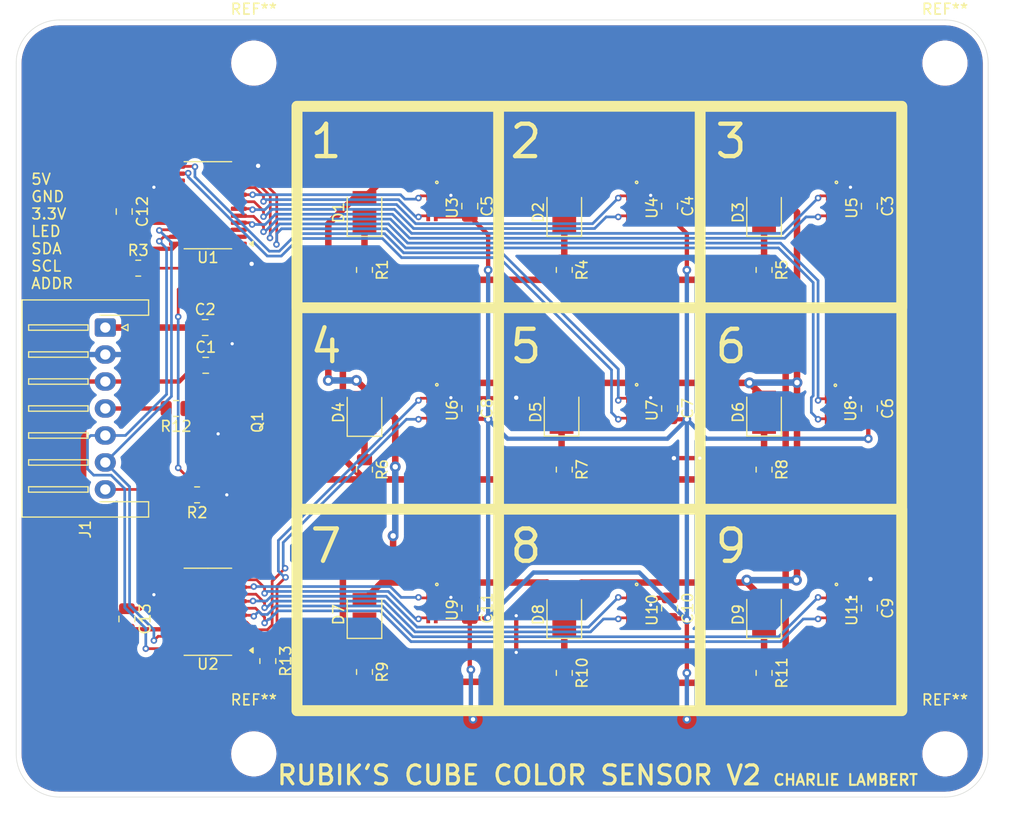
<source format=kicad_pcb>
(kicad_pcb (version 20240108) (generator "pcbnew") (generator_version "8.0")
  (title_block (title "Rubik's Cube Color Sensor") (date "2025-07-07") (rev "B") (company "Designed by Charlie Lambert") (comment 1 "Color sensor board for Rubik's Cube Solving Machine"))
  (layers (0 "F.Cu" signal) (31 "B.Cu" signal) (34 "B.Paste" user) (35 "F.Paste" user) (36 "B.SilkS" user "B.Silkscreen") (37 "F.SilkS" user "F.Silkscreen") (38 "B.Mask" user) (39 "F.Mask" user) (44 "Edge.Cuts" user))
  (net 0 "")
  (net 1 "+3.3V")
  (net 2 "GND")
  (net 3 "/LED_Power")
  (net 4 "Net-(D1-K)")
  (net 5 "Net-(D2-K)")
  (net 6 "Net-(D3-K)")
  (net 7 "Net-(D4-K)")
  (net 8 "Net-(D5-K)")
  (net 9 "Net-(D6-K)")
  (net 10 "Net-(D7-K)")
  (net 11 "Net-(D8-K)")
  (net 12 "Net-(D9-K)")
  (net 13 "/LED_Cathode")
  (net 14 "Net-(J1-ADDR)")
  (net 15 "Net-(J1-LED)")
  (net 16 "Net-(Q1-Pad1)")
  (net 17 "Net-(U1-SD4)")
  (net 18 "Net-(U1-SC4)")
  (net 19 "Net-(U1-SC1)")
  (net 20 "Net-(J1-SCL)")
  (net 21 "Net-(U1-SC2)")
  (net 22 "Net-(J1-SDA)")
  (net 23 "Net-(U1-SD3)")
  (net 24 "Net-(U1-~{RESET})")
  (net 25 "Net-(U1-SC0)")
  (net 26 "Net-(U1-SD2)")
  (net 27 "Net-(U1-SC3)")
  (net 28 "Net-(U1-SD1)")
  (net 29 "Net-(U1-SD0)")
  (net 30 "Net-(U2-SC2)")
  (net 31 "Net-(U2-SD2)")
  (net 32 "Net-(U2-SD1)")
  (net 33 "Net-(U2-SC0)")
  (net 34 "Net-(U2-SD3)")
  (net 35 "Net-(U2-SC3)")
  (net 36 "Net-(U2-~{RESET})")
  (net 37 "Net-(U2-SD0)")
  (net 38 "Net-(U2-SC1)")
  (footprint "LED_SMD:LED_PLCC_2835" (layer "F.Cu") (at 144.4 108.85 90)
    (property "Reference" "D8")
    (property "Value" "GW JTLMS3.GM-G6GV-XX55-1-60-R33")
  )
  (footprint "Connector_JST:JST_XH_S7B-XH-A-1_1x07_P2.50mm_Horizontal" (layer "F.Cu") (at 101.9 82.25 -90)
    (property "Reference" "J1")
    (property "Value" "Color Sensor Input")
  )
  (footprint "cube_solver_footprints:VISHAY_VEML6040_1.25X2X1" (layer "F.Cu") (at 169.05 89.8 -90)
    (property "Reference" "U8")
    (property "Value" "VEML6040")
  )
  (footprint "cube_solver_footprints:VISHAY_VEML6040_1.25X2X1" (layer "F.Cu") (at 132.15 89.75 -90)
    (property "Reference" "U6")
    (property "Value" "VEML6040")
  )
  (footprint "Resistor_SMD:R_0805_2012Metric" (layer "F.Cu") (at 110.4 97.75 180)
    (property "Reference" "R2")
    (property "Value" "10kΩ")
  )
  (footprint "MountingHole:MountingHole_4mm" (layer "F.Cu") (at 179.65 57.75)
    (property "Reference" "REF**")
    (property "Value" "MountingHole_4mm")
  )
  (footprint "Package_SO:TSSOP-24_4.4x7.8mm_P0.65mm" (layer "F.Cu") (at 111.4 70.916666 180)
    (property "Reference" "U1")
    (property "Value" "TCA9548APWR")
  )
  (footprint "LED_SMD:LED_PLCC_2835" (layer "F.Cu") (at 125.9 90.125 90)
    (property "Reference" "D4")
    (property "Value" "GW JTLMS3.GM-G6GV-XX55-1-60-R33")
  )
  (footprint "Capacitor_SMD:C_0805_2012Metric" (layer "F.Cu") (at 103.65 71.5 -90)
    (property "Reference" "C12")
    (property "Value" "0.1µF")
  )
  (footprint "Resistor_SMD:R_0805_2012Metric" (layer "F.Cu") (at 162.9 95.4125 -90)
    (property "Reference" "R8")
    (property "Value" "100Ω")
  )
  (footprint "cube_solver_footprints:VISHAY_VEML6040_1.25X2X1" (layer "F.Cu") (at 150.65 108.25 -90)
    (property "Reference" "U10")
    (property "Value" "VEML6040")
  )
  (footprint "cube_solver_footprints:VISHAY_VEML6040_1.25X2X1" (layer "F.Cu") (at 132.15 71 -90)
    (property "Reference" "U3")
    (property "Value" "VEML6040")
  )
  (footprint "Resistor_SMD:R_0805_2012Metric" (layer "F.Cu") (at 108.45 89.75 180)
    (property "Reference" "R12")
    (property "Value" "330Ω")
  )
  (footprint "MountingHole:MountingHole_4mm" (layer "F.Cu") (at 115.65 57.75)
    (property "Reference" "REF**")
    (property "Value" "MountingHole_4mm")
  )
  (footprint "Capacitor_SMD:C_0805_2012Metric" (layer "F.Cu") (at 172.65 108.25 -90)
    (property "Reference" "C9")
    (property "Value" "0.1µF")
  )
  (footprint "LED_SMD:LED_PLCC_2835" (layer "F.Cu") (at 162.9 90.1 90)
    (property "Reference" "D6")
    (property "Value" "GW JTLMS3.GM-G6GV-XX55-1-60-R33")
  )
  (footprint "cube_solver_footprints:VISHAY_VEML6040_1.25X2X1" (layer "F.Cu") (at 169.15 71 -90)
    (property "Reference" "U5")
    (property "Value" "VEML6040")
  )
  (footprint "Capacitor_SMD:C_0805_2012Metric" (layer "F.Cu") (at 135.65 89.75 -90)
    (property "Reference" "C8")
    (property "Value" "0.1µF")
  )
  (footprint "Capacitor_SMD:C_0805_2012Metric" (layer "F.Cu") (at 172.65 89.75 -90)
    (property "Reference" "C6")
    (property "Value" "0.1µF")
  )
  (footprint "cube_solver_footprints:VISHAY_VEML6040_1.25X2X1" (layer "F.Cu") (at 132.15 108.25 -90)
    (property "Reference" "U9")
    (property "Value" "VEML6040")
  )
  (footprint "MountingHole:MountingHole_4mm" (layer "F.Cu") (at 179.65 121.75)
    (property "Reference" "REF**")
    (property "Value" "MountingHole_4mm")
  )
  (footprint "Capacitor_SMD:C_0805_2012Metric" (layer "F.Cu") (at 172.65 71 -90)
    (property "Reference" "C3")
    (property "Value" "0.1µF")
  )
  (footprint "Resistor_SMD:R_0805_2012Metric" (layer "F.Cu") (at 125.9 76.9125 -90)
    (property "Reference" "R1")
    (property "Value" "100Ω")
  )
  (footprint "Capacitor_SMD:C_0805_2012Metric" (layer "F.Cu") (at 111.15 82.25)
    (property "Reference" "C2")
    (property "Value" "10µF")
  )
  (footprint "cube_solver_footprints:VISHAY_VEML6040_1.25X2X1" (layer "F.Cu") (at 169.15 108.25 -90)
    (property "Reference" "U11")
    (property "Value" "VEML6040")
  )
  (footprint "Capacitor_SMD:C_0805_2012Metric" (layer "F.Cu") (at 154.15 108.25 -90)
    (property "Reference" "C10")
    (property "Value" "0.1µF")
  )
  (footprint "cube_solver_footprints:SOT23" (layer "F.Cu") (at 113.45 89.75 -90)
    (property "Reference" "Q1")
    (property "Value" "MMBT2222A")
    (property "VALUE" "MMBT2222A" (hide yes))
  )
  (footprint "Package_SO:TSSOP-24_4.4x7.8mm_P0.65mm" (layer "F.Cu") (at 111.4 108.583333 180)
    (property "Reference" "U2")
    (property "Value" "TCA9548APWR")
  )
  (footprint "Resistor_SMD:R_0805_2012Metric" (layer "F.Cu") (at 104.95 76.75)
    (property "Reference" "R3")
    (property "Value" "10kΩ")
  )
  (footprint "MountingHole:MountingHole_4mm" (layer "F.Cu") (at 115.65 121.75)
    (property "Reference" "REF**")
    (property "Value" "MountingHole_4mm")
  )
  (footprint "LED_SMD:LED_PLCC_2835" (layer "F.Cu") (at 144.4 71.6 90)
    (property "Reference" "D2")
    (property "Value" "GW JTLMS3.GM-G6GV-XX55-1-60-R33")
  )
  (footprint "Resistor_SMD:R_0805_2012Metric" (layer "F.Cu") (at 125.9 114.1625 -90)
    (property "Reference" "R9")
    (property "Value" "100Ω")
  )
  (footprint "Capacitor_SMD:C_0805_2012Metric" (layer "F.Cu") (at 111.2 85.75)
    (property "Reference" "C1")
    (property "Value" "10µF")
  )
  (footprint "Capacitor_SMD:C_0805_2012Metric" (layer "F.Cu") (at 154.15 71 -90)
    (property "Reference" "C4")
    (property "Value" "0.1µF")
  )
  (footprint "LED_SMD:LED_PLCC_2835" (layer "F.Cu") (at 162.9 71.6 90)
    (property "Reference" "D3")
    (property "Value" "GW JTLMS3.GM-G6GV-XX55-1-60-R33")
  )
  (footprint "LED_SMD:LED_PLCC_2835" (layer "F.Cu") (at 125.9 108.85 90)
    (property "Reference" "D7")
    (property "Value" "GW JTLMS3.GM-G6GV-XX55-1-60-R33")
  )
  (footprint "LED_SMD:LED_PLCC_2835" (layer "F.Cu") (at 162.9 108.85 90)
    (property "Reference" "D9")
    (property "Value" "GW JTLMS3.GM-G6GV-XX55-1-60-R33")
  )
  (footprint "Resistor_SMD:R_0805_2012Metric" (layer "F.Cu") (at 162.9 114.25 -90)
    (property "Reference" "R11")
    (property "Value" "100Ω")
  )
  (footprint "Resistor_SMD:R_0805_2012Metric" (layer "F.Cu") (at 144.4 95.4125 -90)
    (property "Reference" "R7")
    (property "Value" "100Ω")
  )
  (footprint "Capacitor_SMD:C_0805_2012Metric" (layer "F.Cu") (at 154.15 89.75 -90)
    (property "Reference" "C7")
    (property "Value" "0.1µF")
  )
  (footprint "Resistor_SMD:R_0805_2012Metric" (layer "F.Cu") (at 144.4 114.25 -90)
    (property "Reference" "R10")
    (property "Value" "100Ω")
  )
  (footprint "Capacitor_SMD:C_0805_2012Metric" (layer "F.Cu") (at 103.9 109.25 -90)
    (property "Reference" "C13")
    (property "Value" "0.1µF")
  )
  (footprint "Capacitor_SMD:C_0805_2012Metric" (layer "F.Cu") (at 135.65 108.25 -90)
    (property "Reference" "C11")
    (property "Value" "0.1µF")
  )
  (footprint "Resistor_SMD:R_0805_2012Metric" (layer "F.Cu") (at 162.9 76.9125 -90)
    (property "Reference" "R5")
    (property "Value" "100Ω")
  )
  (footprint "Resistor_SMD:R_0805_2012Metric" (layer "F.Cu") (at 116.95 113.15 -90)
    (property "Reference" "R13")
    (property "Value" "10kΩ")
  )
  (footprint "cube_solver_footprints:VISHAY_VEML6040_1.25X2X1" (layer "F.Cu") (at 150.65 71 -90)
    (property "Reference" "U4")
    (property "Value" "VEML6040")
  )
  (footprint "Resistor_SMD:R_0805_2012Metric" (layer "F.Cu") (at 125.9 95.4125 -90)
    (property "Reference" "R6")
    (property "Value" "100Ω")
  )
  (footprint "cube_solver_footprints:VISHAY_VEML6040_1.25X2X1" (layer "F.Cu") (at 150.65 89.75 -90)
    (property "Reference" "U7")
    (property "Value" "VEML6040")
  )
  (footprint "LED_SMD:LED_PLCC_2835" (layer "F.Cu") (at 144.15 90.1 90)
    (property "Reference" "D5")
    (property "Value" "GW JTLMS3.GM-G6GV-XX55-1-60-R33")
  )
  (footprint "Resistor_SMD:R_0805_2012Metric" (layer "F.Cu") (at 144.4 76.9125 -90)
    (property "Reference" "R4")
    (property "Value" "100Ω")
  )
  (footprint "Capacitor_SMD:C_0805_2012Metric" (layer "F.Cu") (at 135.65 71 -90)
    (property "Reference" "C5")
    (property "Value" "0.1µF")
  )
  (footprint "LED_SMD:LED_PLCC_2835" (layer "F.Cu") (at 125.9 71.6 90)
    (property "Reference" "D1")
    (property "Value" "GW JTLMS3.GM-G6GV-XX55-1-60-R33")
  )
  (gr_rect (start 119.65 61.75) (end 175.65 117.75) (stroke (width 0.1)) (fill none) (layer "F.SilkS"))
  (gr_rect (start 119.65 99.083333) (end 175.65 117.75) (stroke (width 1)) (fill none) (layer "F.SilkS"))
  (gr_rect (start 156.983333 61.75) (end 175.65 117.75) (stroke (width 1)) (fill none) (layer "F.SilkS"))
  (gr_rect (start 119.65 61.75) (end 175.65 80.416667) (stroke (width 1)) (fill none) (layer "F.SilkS"))
  (gr_rect (start 119.65 61.75) (end 138.316667 117.75) (stroke (width 1)) (fill none) (layer "F.SilkS"))
  (gr_arc (start 183.65 121.75) (mid 182.478427 124.578427) (end 179.65 125.75) (stroke (width 0.05)) (layer "Edge.Cuts"))
  (gr_circle (center 115.65 121.75) (end 117.25 121.75) (stroke (width 0.05)) (fill none) (layer "Edge.Cuts"))
  (gr_line (start 179.65 125.75) (end 97.65 125.75) (stroke (width 0.05)) (layer "Edge.Cuts"))
  (gr_circle (center 179.65 57.75) (end 181.25 57.75) (stroke (width 0.05)) (fill none) (layer "Edge.Cuts"))
  (gr_line (start 179.65 53.75) (end 97.65 53.75) (stroke (width 0.05)) (layer "Edge.Cuts"))
  (gr_line (start 183.65 121.75) (end 183.65 57.75) (stroke (width 0.05)) (layer "Edge.Cuts"))
  (gr_circle (center 115.65 57.75) (end 117.25 57.75) (stroke (width 0.05)) (fill none) (layer "Edge.Cuts"))
  (gr_arc (start 179.65 53.75) (mid 182.478427 54.921573) (end 183.65 57.75) (stroke (width 0.05)) (layer "Edge.Cuts"))
  (gr_circle (center 179.65 121.75) (end 181.25 121.75) (stroke (width 0.05)) (fill none) (layer "Edge.Cuts"))
  (gr_arc (start 93.65 57.75) (mid 94.821573 54.921573) (end 97.65 53.75) (stroke (width 0.05)) (layer "Edge.Cuts"))
  (gr_arc (start 97.65 125.75) (mid 94.821573 124.578427) (end 93.65 121.75) (stroke (width 0.05)) (layer "Edge.Cuts"))
  (gr_line (start 93.65 121.75) (end 93.65 57.75) (stroke (width 0.05)) (layer "Edge.Cuts"))
  (gr_text "3" (at 158.15 66.75 0) (layer "F.SilkS") (effects (font (size 3 3) (thickness 0.4)) (justify left bottom)))
  (gr_text "9" (at 158.15 104.25 0) (layer "F.SilkS") (effects (font (size 3 3) (thickness 0.4)) (justify left bottom)))
  (gr_text "1" (at 120.65 66.75 0) (layer "F.SilkS") (effects (font (size 3 3) (thickness 0.4)) (justify left bottom)))
  (gr_text "2" (at 139.15 66.75 0) (layer "F.SilkS") (effects (font (size 3 3) (thickness 0.4)) (justify left bottom)))
  (gr_text "6" (at 158.15 85.75 0) (layer "F.SilkS") (effects (font (size 3 3) (thickness 0.4)) (justify left bottom)))
  (gr_text "5V\nGND\n3.3V\nLED\nSDA\nSCL\nADDR" (at 94.95 78.75 0) (layer "F.SilkS") (effects (font (size 1 1)) (justify left bottom)))
  (gr_text "RUBIK'S CUBE COLOR SENSOR V2" (at 117.65 124.75 0) (layer "F.SilkS") (effects (font (size 1.75 1.75) (thickness 0.3) (bold yes)) (justify left bottom)))
  (gr_text "CHARLIE LAMBERT" (at 163.65 124.75 0) (layer "F.SilkS") (effects (font (size 1 1) (thickness 0.2) (bold yes)) (justify left bottom)))
  (gr_text "7" (at 120.65 104.25 0) (layer "F.SilkS") (effects (font (size 3 3) (thickness 0.4)) (justify left bottom)))
  (gr_text "8" (at 139.15 104.25 0) (layer "F.SilkS") (effects (font (size 3 3) (thickness 0.4)) (justify left bottom)))
  (gr_text "4" (at 120.65 85.75 0) (layer "F.SilkS") (effects (font (size 3 3) (thickness 0.4)) (justify left bottom)))
  (gr_text "5" (at 139.15 85.75 0) (layer "F.SilkS") (effects (font (size 3 3) (thickness 0.4)) (justify left bottom)))
  (segment (start 103.9 110.2) (end 102.75 111.35) (width 0.4) (layer "F.Cu") (net 1))
  (segment (start 109.334878 110.208333) (end 109.675 110.548455) (width 0.4) (layer "F.Cu") (net 1))
  (segment (start 155.75 73.55) (end 155.75 76.925) (width 0.4) (layer "F.Cu") (net 1))
  (segment (start 154.15 109.2) (end 155.6 109.2) (width 0.4) (layer "F.Cu") (net 1))
  (segment (start 114.2625 112.158333) (end 115.045833 112.158333) (width 0.4) (layer "F.Cu") (net 1))
  (segment (start 108.5375 112.158333) (end 106.15 114.545833) (width 0.4) (layer "F.Cu") (net 1))
  (segment (start 137.3 109.2) (end 137.35 109.15) (width 0.4) (layer "F.Cu") (net 1))
  (segment (start 103.65 72.45) (end 99.65 72.45) (width 0.4) (layer "F.Cu") (net 1))
  (segment (start 154.15 90.7) (end 151 90.7) (width 0.4) (layer "F.Cu") (net 1))
  (segment (start 135.65 113.85) (end 135.75 113.95) (width 0.4) (layer "F.Cu") (net 1))
  (segment (start 172.65 90.7) (end 169.45 90.7) (width 0.4) (layer "F.Cu") (net 1))
  (segment (start 108.5375 74.491666) (end 108.079166 74.95) (width 0.4) (layer "F.Cu") (net 1))
  (segment (start 169.45 90.7) (end 169.4 90.75) (width 0.4) (layer "F.Cu") (net 1))
  (segment (start 108.5375 110.208333) (end 109.334878 110.208333) (width 0.4) (layer "F.Cu") (net 1))
  (segment (start 172.65 71.95) (end 176.35 75.65) (width 0.4) (layer "F.Cu") (net 1))
  (segment (start 108.5375 72.541666) (end 103.741666 72.541666) (width 0.4) (layer "F.Cu") (net 1))
  (segment (start 172.65 109.2) (end 169.5 109.2) (width 0.4) (layer "F.Cu") (net 1))
  (segment (start 172.55 92.55) (end 172.55 90.8) (width 0.4) (layer "F.Cu") (net 1))
  (segment (start 135.65 109.2) (end 132.5 109.2) (width 0.4) (layer "F.Cu") (net 1))
  (segment (start 135.65 109.2) (end 135.65 113.85) (width 0.4) (layer "F.Cu") (net 1))
  (segment (start 176.35 75.65) (end 176.35 87) (width 0.4) (layer "F.Cu") (net 1))
  (segment (start 135.7 90.7) (end 132.5 90.7) (width 0.4) (layer "F.Cu") (net 1))
  (segment (start 137.3 90.7) (end 137.35 90.75) (width 0.4) (layer "F.Cu") (net 1))
  (segment (start 106.15 114.545833) (end 106.15 114.55) (width 0.4) (layer "F.Cu") (net 1))
  (segment (start 176.35 87) (end 172.65 90.7) (width 0.4) (layer "F.Cu") (net 1))
  (segment (start 135.65 90.7) (end 137.3 90.7) (width 0.4) (layer "F.Cu") (net 1))
  (segment (start 137.35 76.925) (end 137.35 73.65) (width 0.4) (layer "F.Cu") (net 1))
  (segment (start 104.0375 76.75) (end 99.75 76.75) (width 0.4) (layer "F.Cu") (net 1))
  (segment (start 135.65 109.2) (end 137.3 109.2) (width 0.4) (layer "F.Cu") (net 1))
  (segment (start 110.25 85.75) (end 108.75 87.25) (width 0.4) (layer "F.Cu") (net 1))
  (segment (start 176.35 105.5) (end 172.65 109.2) (width 0.4) (layer "F.Cu") (net 1))
  (segment (start 104.0375 72.8375) (end 103.65 72.45) (width 0.4) (layer "F.Cu") (net 1))
  (segment (start 102.75 111.35) (end 102.35 111.35) (width 0.4) (layer "F.Cu") (net 1))
  (segment (start 99.25 87.25) (end 99.15 87.15) (width 0.4) (layer "F.Cu") (net 1))
  (segment (start 155.75 109.35) (end 155.75 114.2625) (width 0.4) (layer "F.Cu") (net 1))
  (segment (start 154.15 71.95) (end 155.75 73.55) (width 0.4) (layer "F.Cu") (net 1))
  (segment (start 154.15 109.2) (end 151 109.2) (width 0.4) (layer "F.Cu") (net 1))
  (segment (start 172.65 71.95) (end 169.5 71.95) (width 0.4) (layer "F.Cu") (net 1))
  (segment (start 135.65 71.95) (end 132.5 71.95) (width 0.4) (layer "F.Cu") (net 1))
  (segment (start 101.9 87.25) (end 99.25 87.25) (width 0.4) (layer "F.Cu") (net 1))
  (segment (start 108.5375 110.208333) (end 103.908333 110.208333) (width 0.4) (layer "F.Cu") (net 1))
  (segment (start 155.6 109.2) (end 155.75 109.35) (width 0.4) (layer "F.Cu") (net 1))
  (segment (start 176.35 94.4) (end 176.35 105.5) (width 0.4) (layer "F.Cu") (net 1))
  (segment (start 108.079166 74.95) (end 105.8375 74.95) (width 0.4) (layer "F.Cu") (net 1))
  (segment (start 109.35 112.158333) (end 108.5375 112.158333) (width 0.4) (layer "F.Cu") (net 1))
  (segment (start 108.5375 112.158333) (end 114.2625 112.158333) (width 0.4) (layer "F.Cu") (net 1))
  (segment (start 115.045833 112.158333) (end 116.95 114.0625) (width 0.4) (layer "F.Cu") (net 1))
  (segment (start 154.15 71.95) (end 151 71.95) (width 0.4) (layer "F.Cu") (net 1))
  (segment (start 105.8375 74.95) (end 104.0375 76.75) (width 0.4) (layer "F.Cu") (net 1))
  (segment (start 104.0375 76.75) (end 104.0375 72.8375) (width 0.4) (layer "F.Cu") (net 1))
  (segment (start 109.675 111.833333) (end 109.35 112.158333) (width 0.4) (layer "F.Cu") (net 1))
  (segment (start 109.675 110.548455) (end 109.675 111.833333) (width 0.4) (layer "F.Cu") (net 1))
  (segment (start 172.65 90.7) (end 176.35 94.4) (width 0.4) (layer "F.Cu") (net 1))
  (segment (start 137.35 73.65) (end 135.65 71.95) (width 0.4) (layer "F.Cu") (net 1))
  (segment (start 116.95 114.0625) (end 116.95 118.15) (width 0.4) (layer "F.Cu") (net 1))
  (segment (start 155.75 90.75) (end 154.2 90.75) (width 0.4) (layer "F.Cu") (net 1))
  (segment (start 108.75 87.25) (end 101.9 87.25) (width 0.4) (layer "F.Cu") (net 1))
  (via (at 155.75 109.35) (size 0.8) (drill 0.4) (layers "F.Cu" "B.Cu") (net 1))
  (via (at 172.55 92.55) (size 0.8) (drill 0.4) (layers "F.Cu" "B.Cu") (net 1))
  (via (at 155.75 118.55) (size 0.8) (drill 0.4) (layers "F.Cu" "B.Cu") (net 1))
  (via (at 137.35 109.15) (size 0.8) (drill 0.4) (layers "F.Cu" "B.Cu") (net 1))
  (via (at 155.75 114.2625) (size 0.8) (drill 0.4) (layers "F.Cu" "B.Cu") (net 1))
  (via (at 135.75 113.95) (size 0.8) (drill 0.4) (layers "F.Cu" "B.Cu") (net 1))
  (via (at 137.35 90.75) (size 0.8) (drill 0.4) (layers "F.Cu" "B.Cu") (net 1))
  (via (at 135.95 118.55) (size 0.8) (drill 0.4) (layers "F.Cu" "B.Cu") (net 1))
  (via (at 137.35 76.925) (size 0.8) (drill 0.4) (layers "F.Cu" "B.Cu") (net 1))
  (via (at 155.75 76.925) (size 0.8) (drill 0.4) (layers "F.Cu" "B.Cu") (net 1))
  (via (at 155.75 90.75) (size 0.8) (drill 0.4) (layers "F.Cu" "B.Cu") (net 1))
  (segment (start 155.75 90.75) (end 157.55 92.55) (width 0.4) (layer "B.Cu") (net 1))
  (segment (start 157.55 92.55) (end 172.55 92.55) (width 0.4) (layer "B.Cu") (net 1))
  (segment (start 137.35 90.75) (end 137.35 109.15) (width 0.4) (layer "B.Cu") (net 1))
  (segment (start 151.35 104.95) (end 155.75 109.35) (width 0.4) (layer "B.Cu") (net 1))
  (segment (start 137.35 90.75) (end 139.15 92.55) (width 0.4) (layer "B.Cu") (net 1))
  (segment (start 155.75 76.925) (end 155.75 90.75) (width 0.4) (layer "B.Cu") (net 1))
  (segment (start 155.75 114.2625) (end 155.75 118.55) (width 0.4) (layer "B.Cu") (net 1))
  (segment (start 139.15 92.55) (end 153.95 92.55) (width 0.4) (layer "B.Cu") (net 1))
  (segment (start 153.95 92.55) (end 155.75 90.75) (width 0.4) (layer "B.Cu") (net 1))
  (segment (start 137.35 109.15) (end 141.55 104.95) (width 0.4) (layer "B.Cu") (net 1))
  (segment (start 137.35 90.75) (end 137.35 76.925) (width 0.4) (layer "B.Cu") (net 1))
  (segment (start 135.75 118.35) (end 135.95 118.55) (width 0.4) (layer "B.Cu") (net 1))
  (segment (start 155.75 90.75) (end 155.75 109.35) (width 0.4) (layer "B.Cu") (net 1))
  (segment (start 141.55 104.95) (end 151.35 104.95) (width 0.4) (layer "B.Cu") (net 1))
  (segment (start 135.75 113.95) (end 135.75 118.35) (width 0.4) (layer "B.Cu") (net 1))
  (segment (start 112.35 92.1) (end 112.35 90.7) (width 0.4) (layer "F.Cu") (net 2))
  (segment (start 152.4 88.75) (end 152.45 88.8) (width 0.4) (layer "F.Cu") (net 2))
  (segment (start 111.3125 97.75) (end 113.15 97.75) (width 0.4) (layer "F.Cu") (net 2))
  (segment (start 170.1 70.05) (end 170.9 69.25) (width 0.4) (layer "F.Cu") (net 2))
  (segment (start 139.95 108.95) (end 139.95 112.35) (width 0.4) (layer "F.Cu") (net 2))
  (segment (start 133.9 107.25) (end 133.85 107.3) (width 0.4) (layer "F.Cu") (net 2))
  (segment (start 171.7 70.05) (end 170.9 69.25) (width 0.4) (layer "F.Cu") (net 2))
  (segment (start 133.9 88.75) (end 133.95 88.8) (width 0.4) (layer "F.Cu") (net 2))
  (segment (start 152.4 107.95) (end 151.75 107.3) (width 0.4) (layer "F.Cu") (net 2))
  (segment (start 172.65 70.05) (end 171.7 70.05) (width 0.4) (layer "F.Cu") (net 2))
  (segment (start 116.05 67.266666) (end 115.975 67.341666) (width 0.4) (layer "F.Cu") (net 2))
  (segment (start 152.45 88.8) (end 154.15 88.8) (width 0.4) (layer "F.Cu") (net 2))
  (segment (start 172.65 105.65) (end 172.75 105.55) (width 0.4) (layer "F.Cu") (net 2))
  (segment (start 133.9 70) (end 133.95 70.05) (width 0.4) (layer "F.Cu") (net 2))
  (segment (start 152.45 70.05) (end 154.15 70.05) (width 0.4) (layer "F.Cu") (net 2))
  (segment (start 152.4 70) (end 152.45 70.05) (width 0.4) (layer "F.Cu") (net 2))
  (segment (start 170.9 88.75) (end 170.95 88.8) (width 0.4) (layer "F.Cu") (net 2))
  (segment (start 170.95 88.8) (end 172.65 88.8) (width 0.4) (layer "F.Cu") (net 2))
  (segment (start 170.85 107.3) (end 169.5 107.3) (width 0.4) (layer "F.Cu") (net 2))
  (segment (start 152.4 107.95) (end 153.05 107.3) (width 0.4) (layer "F.Cu") (net 2))
  (segment (start 114.2625 105.008333) (end 111.3125 102.058333) (width 0.4) (layer "F.Cu") (net 2))
  (segment (start 103.65 70.55) (end 105.1 70.55) (width 0.4) (layer "F.Cu") (net 2))
  (segment (start 152.35 88.8) (end 151 88.8) (width 0.4) (layer "F.Cu") (net 2))
  (segment (start 170.9 107.25) (end 170.95 107.3) (width 0.4) (layer "F.Cu") (net 2))
  (segment (start 152.35 70.05) (end 151 70.05) (width 0.4) (layer "F.Cu") (net 2))
  (segment (start 133.9 107.25) (end 133.95 107.3) (width 0.4) (layer "F.Cu") (net 2))
  (segment (start 133.9 88.75) (end 133.85 88.8) (width 0.4) (layer "F.Cu") (net 2))
  (segment (start 170.8 88.85) (end 169.4 88.85) (width 0.4) (layer "F.Cu") (net 2))
  (segment (start 105.1 108.3) (end 106.4 107) (width 0.4) (layer "F.Cu") (net 2))
  (segment (start 133.9 70) (end 133.85 70.05) (width 0.4) (layer "F.Cu") (net 2))
  (segment (start 170.9 88.75) (end 170.8 88.85) (width 0.4) (layer "F.Cu") (net 2))
  (segment (start 133.85 107.3) (end 132.5 107.3) (width 0.4) (layer "F.Cu") (net 2))
  (segment (start 113.65 84.25) (end 113.65 83.75) (width 0.4) (layer "F.Cu") (net 2))
  (segment (start 114.2625 75.1625) (end 115.45 76.35) (width 0.4) (layer "F.Cu") (net 2))
  (segment (start 133.95 70.05) (end 135.65 70.05) (width 0.4) (layer "F.Cu") (net 2))
  (segment (start 115.975 67.341666) (end 114.2625 67.341666) (width 0.4) (layer "F.Cu") (net 2))
  (segment (start 151.75 107.3) (end 151 107.3) (width 0.4) (layer "F.Cu") (net 2))
  (segment (start 105.1 70.55) (end 106.4 69.25) (width 0.4) (layer "F.Cu") (net 2))
  (segment (start 133.85 70.05) (end 132.5 70.05) (width 0.4) (layer "F.Cu") (net 2))
  (segment (start 111.3125 102.058333) (end 111.3125 97.75) (width 0.4) (layer "F.Cu") (net 2))
  (segment (start 112.15 85.75) (end 113.65 84.25) (width 0.4) (layer "F.Cu") (net 2))
  (segment (start 113.65 83.3) (end 113.65 83.75) (width 0.4) (layer "F.Cu") (net 2))
  (segment (start 112.1 81.75) (end 113.65 83.3) (width 0.4) (layer "F.Cu") (net 2))
  (segment (start 152.4 88.75) (end 152.35 88.8) (width 0.4) (layer "F.Cu") (net 2))
  (segment (start 133.95 88.8) (end 135.65 88.8) (width 0.4) (layer "F.Cu") (net 2))
  (segment (start 135.65 88.8) (end 139.9 88.8) (width 0.4) (layer "F.Cu") (net 2))
  (segment (start 103.9 108.3) (end 105.1 108.3) (width 0.4) (layer "F.Cu") (net 2))
  (segment (start 133.85 88.8) (end 132.5 88.8) (width 0.4) (layer "F.Cu") (net 2))
  (segment (start 133.95 107.3) (end 135.65 107.3) (width 0.4) (layer "F.Cu") (net 2))
  (segment (start 114.2625 74.491666) (end 114.2625 75.1625) (width 0.4) (layer "F.Cu") (net 2))
  (segment (start 172.65 107.3) (end 172.65 105.65) (width 0.4) (layer "F.Cu") (net 2))
  (segment (start 170.9 107.25) (end 170.85 107.3) (width 0.4) (layer "F.Cu") (net 2))
  (segment (start 139.9 88.8) (end 139.95 88.75) (width 0.4) (layer "F.Cu") (net 2))
  (segment (start 152.4 70) (end 152.35 70.05) (width 0.4) (layer "F.Cu") (net 2))
  (segment (start 156.95 94.35) (end 154.55 94.35) (width 0.4) (layer "F.Cu") (net 2))
  (segment (start 169.5 70.05) (end 170.1 70.05) (width 0.4) (layer "F.Cu") (net 2))
  (segment (start 170.95 107.3) (end 172.65 107.3) (width 0.4) (layer "F.Cu") (net 2))
  (segment (start 153.05 107.3) (end 154.15 107.3) (width 0.4) (layer "F.Cu") (net 2))
  (via (at 116.05 67.266666) (size 0.8) (drill 0.4) (layers "F.Cu" "B.Cu") (net 2))
  (via (at 139.95 88.75) (size 0.8) (drill 0.4) (layers "F.Cu" "B.Cu") (net 2))
  (via (at 172.75 105.55) (size 0.8) (drill 0.4) (layers "F.Cu" "B.Cu") (net 2))
  (via (at 152.4 107.95) (size 0.6) (drill 0.3) (layers "F.Cu" "B.Cu") (net 2))
  (via (at 170.9 107.25) (size 0.6) (drill 0.3) (layers "F.Cu" "B.Cu") (net 2))
  (via (at 133.9 88.75) (size 0.6) (drill 0.3) (layers "F.Cu" "B.Cu") (net 2))
  (via (at 106.4 69.25) (size 0.6) (drill 0.3) (layers "F.Cu" "B.Cu") (net 2))
  (via (at 115.45 76.35) (size 0.8) (drill 0.4) (layers "F.Cu" "B.Cu") (net 2))
  (via (at 106.4 107) (size 0.6) (drill 0.3) (layers "F.Cu" "B.Cu") (net 2))
  (via (at 133.9 107.25) (size 0.6) (drill 0.3) (layers "F.Cu" "B.Cu") (net 2))
  (via (at 113.15 97.75) (size 0.6) (drill 0.3) (layers "F.Cu" "B.Cu") (net 2))
  (via (at 133.9 70) (size 0.6) (drill 0.3) (layers "F.Cu" "B.Cu") (net 2))
  (via (at 152.4 88.75) (size 0.6) (drill 0.3) (layers "F.Cu" "B.Cu") (net 2))
  (via (at 113.65 83.75) (size 0.6) (drill 0.3) (layers "F.Cu" "B.Cu") (net 2))
  (via (at 170.9 88.75) (size 0.6) (drill 0.3) (layers "F.Cu" "B.Cu") (net 2))
  (via (at 152.4 70) (size 0.6) (drill 0.3) (layers "F.Cu" "B.Cu") (net 2))
  (via (at 156.95 94.35) (size 0.6) (drill 0.3) (layers "F.Cu" "B.Cu") (net 2))
  (via (at 112.35 92.1) (size 0.6) (drill 0.3) (layers "F.Cu" "B.Cu") (net 2))
  (via (at 139.95 108.95) (size 0.6) (drill 0.3) (layers "F.Cu" "B.Cu") (net 2))
  (via (at 154.55 94.35) (size 0.8) (drill 0.4) (layers "F.Cu" "B.Cu") (net 2))
  (via (at 170.9 69.25) (size 0.6) (drill 0.3) (layers "F.Cu" "B.Cu") (net 2))
  (via (at 139.95 112.35) (size 0.6) (drill 0.3) (layers "F.Cu" "B.Cu") (net 2))
  (segment (start 125.9 70.225) (end 124.975 70.225) (width 0.6) (layer "F.Cu") (net 3))
  (segment (start 126.825 88.75) (end 128.75 90.675) (width 0.6) (layer "F.Cu") (net 3))
  (segment (start 161.3 68.625) (end 162.9 70.225) (width 0.6) (layer "F.Cu") (net 3))
  (segment (start 122.55 87.15) (end 122.55 84.95) (width 0.6) (layer "F.Cu") (net 3))
  (segment (start 161.55 87.375) (end 162.9 88.725) (width 0.6) (layer "F.Cu") (net 3))
  (segment (start 165.95 105.6) (end 165.9 105.65) (width 0.6) (layer "F.Cu") (net 3))
  (segment (start 165.95 71.575) (end 165.95 87.35) (width 0.6) (layer "F.Cu") (net 3))
  (segment (start 142.8 87.375) (end 144.15 88.725) (width 0.6) (layer "F.Cu") (net 3))
  (segment (start 146 68.625) (end 161.3 68.625) (width 0.6) (layer "F.Cu") (net 3))
  (segment (start 109.7 82.25) (end 110.2 81.75) (width 0.6) (layer "F.Cu") (net 3))
  (segment (start 122.55 72.65) (end 122.55 84.95) (width 0.6) (layer "F.Cu") (net 3))
  (segment (start 125.9 107.475) (end 127.1875 106.1875) (width 0.6) (layer "F.Cu") (net 3))
  (segment (start 125.9 88.75) (end 126.825 88.75) (width 0.6) (layer "F.Cu") (net 3))
  (segment (start 164.6 70.225) (end 165.95 71.575) (width 0.6) (layer "F.Cu") (net 3))
  (segment (start 145.5 87.375) (end 161.55 87.375) (width 0.6) (layer "F.Cu") (net 3))
  (segment (start 128.55 101.55) (end 128.55 104.825) (width 0.6) (layer "F.Cu") (net 3))
  (segment (start 144.4 107.475) (end 146 105.875) (width 0.6) (layer "F.Cu") (net 3))
  (segment (start 127.275 87.375) (end 142.8 87.375) (width 0.6) (layer "F.Cu") (net 3))
  (segment (start 142.8 68.625) (end 144.4 70.225) (width 0.6) (layer "F.Cu") (net 3))
  (segment (start 128.75 90.675) (end 128.75 95.15) (width 0.6) (layer "F.Cu") (net 3))
  (segment (start 128.55 104.825) (end 127.1875 106.1875) (width 0.6) (layer "F.Cu") (net 3))
  (segment (start 144.15 88.725) (end 145.5 87.375) (width 0.6) (layer "F.Cu") (net 3))
  (segment (start 142.8 105.875) (end 144.4 107.475) (width 0.6) (layer "F.Cu") (net 3))
  (segment (start 161.3 105.875) (end 162.9 107.475) (width 0.6) (layer "F.Cu") (net 3))
  (segment (start 125.9 70.225) (end 127.5 68.625) (width 0.6) (layer "F.Cu") (net 3))
  (segment (start 144.4 70.225) (end 146 68.625) (width 0.6) (layer "F.Cu") (net 3))
  (segment (start 125.9 88.75) (end 127.275 87.375) (width 0.6) (layer "F.Cu") (net 3))
  (segment (start 127.1875 106.1875) (end 127.5 105.875) (width 0.6) (layer "F.Cu") (net 3))
  (segment (start 124.975 70.225) (end 122.55 72.65) (width 0.6) (layer "F.Cu") (net 3))
  (segment (start 111.425 81.025) (end 110.2 82.25) (width 0.6) (layer "F.Cu") (net 3))
  (segment (start 146 105.875) (end 161.3 105.875) (width 0.6) (layer "F.Cu") (net 3))
  (segment (start 118.625 81.025) (end 111.425 81.025) (width 0.6) (layer "F.Cu") (net 3))
  (segment (start 125.9 87.9) (end 125.15 87.15) (width 0.6) (layer "F.Cu") (net 3))
  (segment (start 127.5 105.875) (end 142.8 105.875) (width 0.6) (layer "F.Cu") (net 3))
  (segment (start 162.9 70.225) (end 164.6 70.225) (width 0.6) (layer "F.Cu") (net 3))
  (segment (start 127.5 68.625) (end 142.8 68.625) (width 0.6) (layer "F.Cu") (net 3))
  (segment (start 101.9 82.25) (end 109.7 82.25) (width 0.6) (layer "F.Cu") (net 3))
  (segment (start 122.55 84.95) (end 118.625 81.025) (width 0.6) (layer "F.Cu") (net 3))
  (segment (start 125.9 88.75) (end 125.9 87.9) (width 0.6) (layer "F.Cu") (net 3))
  (segment (start 165.95 87.35) (end 165.95 105.6) (width 0.6) (layer "F.Cu") (net 3))
  (via (at 122.55 87.15) (size 1) (drill 0.5) (layers "F.Cu" "B.Cu") (net 3))
  (via (at 161.3 105.65) (size 1) (drill 0.5) (layers "F.Cu" "B.Cu") (net 3))
  (via (at 128.55 101.55) (size 1) (drill 0.5) (layers "F.Cu" "B.Cu") (net 3))
  (via (at 165.9 105.65) (size 1) (drill 0.5) (layers "F.Cu" "B.Cu") (net 3))
  (via (at 128.75 95.15) (size 1) (drill 0.5) (layers "F.Cu" "B.Cu") (net 3))
  (via (at 161.55 87.375) (size 1) (drill 0.5) (layers "F.Cu" "B.Cu") (net 3))
  (via (at 165.95 87.35) (size 1) (drill 0.5) (layers "F.Cu" "B.Cu") (net 3))
  (via (at 125.15 87.15) (size 1) (drill 0.5) (layers "F.Cu" "B.Cu") (net 3))
  (segment (start 128.75 95.15) (end 128.75 101.35) (width 0.6) (layer "B.Cu") (net 3))
  (segment (start 122.55 87.15) (end 125.15 87.15) (width 0.6) (layer "B.Cu") (net 3))
  (segment (start 165.9 105.65) (end 161.3 105.65) (width 0.6) (layer "B.Cu") (net 3))
  (segment (start 128.75 101.35) (end 128.55 101.55) (width 0.6) (layer "B.Cu") (net 3))
  (segment (start 165.95 87.35) (end 161.575 87.35) (width 0.6) (layer "B.Cu") (net 3))
  (segment (start 161.575 87.35) (end 161.55 87.375) (width 0.6) (layer "B.Cu") (net 3))
  (segment (start 125.9 72.5) (end 125.9 76) (width 0.6) (layer "F.Cu") (net 4))
  (segment (start 144.4 72.5) (end 144.4 76) (width 0.6) (layer "F.Cu") (net 5))
  (segment (start 162.9 72.5) (end 162.9 76) (width 0.6) (layer "F.Cu") (net 6))
  (segment (start 125.9 91.025) (end 125.9 94.5) (width 0.6) (layer "F.Cu") (net 7))
  (segment (start 144.15 91) (end 144.15 94.25) (width 0.6) (layer "F.Cu") (net 8))
  (segment (start 144.15 94.25) (end 144.4 94.5) (width 0.6) (layer "F.Cu") (net 8))
  (segment (start 162.9 91) (end 162.9 94.5) (width 0.6) (layer "F.Cu") (net 9))
  (segment (start 125.9 109.75) (end 125.9 113.25) (width 0.6) (layer "F.Cu") (net 10))
  (segment (start 144.4 109.75) (end 144.4 113.3375) (width 0.6) (layer "F.Cu") (net 11))
  (segment (start 162.9 109.75) (end 162.9 113.3375) (width 0.6) (layer "F.Cu") (net 12))
  (segment (start 123.9 113.075) (end 123.9 98.325) (width 0.6) (layer "F.Cu") (net 13))
  (segment (start 125.9 77.825) (end 144.4 77.825) (width 0.6) (layer "F.Cu") (net 13))
  (segment (start 123.9 98.325) (end 125.9 96.325) (width 0.6) (layer "F.Cu") (net 13))
  (segment (start 162.9 115.1625) (end 164.9 113.1625) (width 0.6) (layer "F.Cu") (net 13))
  (segment (start 123.9 94.325) (end 123.9 79.825) (width 0.6) (layer "F.Cu") (net 13))
  (segment (start 144.4 77.825) (end 162.9 77.825) (width 0.6) (layer "F.Cu") (net 13))
  (segment (start 164.9 94.325) (end 164.9 79.825) (width 0.6) (layer "F.Cu") (net 13))
  (segment (start 164.9 113.1625) (end 164.9 98.325) (width 0.6) (layer "F.Cu") (net 13))
  (segment (start 162.9 96.325) (end 164.9 94.325) (width 0.6) (layer "F.Cu") (net 13))
  (segment (start 125.9 115.075) (end 123.9 113.075) (width 0.6) (layer "F.Cu") (net 13))
  (segment (start 164.9 98.325) (end 162.9 96.325) (width 0.6) (layer "F.Cu") (net 13))
  (segment (start 164.9 79.825) (end 162.9 77.825) (width 0.6) (layer "F.Cu") (net 13))
  (segment (start 144.4 115.1625) (end 162.9 115.1625) (width 0.6) (layer "F.Cu") (net 13))
  (segment (start 125.9 115.075) (end 144.3125 115.075) (width 0.6) (layer "F.Cu") (net 13))
  (segment (start 114.55 91.525) (end 119.35 96.325) (width 0.6) (layer "F.Cu") (net 13))
  (segment (start 125.9 96.325) (end 123.9 94.325) (width 0.6) (layer "F.Cu") (net 13))
  (segment (start 162.9 96.325) (end 144.4 96.325) (width 0.6) (layer "F.Cu") (net 13))
  (segment (start 144.4 96.325) (end 125.9 96.325) (width 0.6) (layer "F.Cu") (net 13))
  (segment (start 114.55 89.75) (end 114.55 91.525) (width 0.6) (layer "F.Cu") (net 13))
  (segment (start 123.9 79.825) (end 125.9 77.825) (width 0.6) (layer "F.Cu") (net 13))
  (segment (start 125.9 96.325) (end 119.35 96.325) (width 0.6) (layer "F.Cu") (net 13))
  (segment (start 108.9875 97.25) (end 109.4875 97.75) (width 0.25) (layer "F.Cu") (net 14))
  (segment (start 108.65 78.716667) (end 108.65 81.25) (width 0.25) (layer "F.Cu") (net 14))
  (segment (start 114.2625 73.841666) (end 113.525001 73.841666) (width 0.25) (layer "F.Cu") (net 14))
  (segment (start 114.2625 111.508333) (end 113.525001 111.508333) (width 0.25) (layer "F.Cu") (net 14))
  (segment (start 109.6 107.583332) (end 109.6 97.8625) (width 0.25) (layer "F.Cu") (net 14))
  (segment (start 101.9 97.25) (end 108.9875 97.25) (width 0.25) (layer "F.Cu") (net 14))
  (segment (start 109.4875 96.0875) (end 109.4875 97.75) (width 0.25) (layer "F.Cu") (net 14))
  (segment (start 108.65 95.25) (end 109.4875 96.0875) (width 0.25) (layer "F.Cu") (net 14))
  (segment (start 113.525001 73.841666) (end 108.65 78.716667) (width 0.25) (layer "F.Cu") (net 14))
  (segment (start 113.525001 111.508333) (end 109.6 107.583332) (width 0.25) (layer "F.Cu") (net 14))
  (via (at 108.65 95.25) (size 0.6) (drill 0.3) (layers "F.Cu" "B.Cu") (net 14))
  (via (at 108.65 81.25) (size 0.6) (drill 0.3) (layers "F.Cu" "B.Cu") (net 14))
  (segment (start 108.65 81.5) (end 108.65 95.25) (width 0.25) (layer "B.Cu") (net 14))
  (segment (start 108.65 81.25) (end 108.65 81.5) (width 0.25) (layer "B.Cu") (net 14))
  (segment (start 107.5375 89.75) (end 101.9 89.75) (width 0.4) (layer "F.Cu") (net 15))
  (segment (start 110.3125 88.8) (end 109.3625 89.75) (width 0.4) (layer "F.Cu") (net 16))
  (segment (start 112.35 88.8) (end 110.3125 88.8) (width 0.4) (layer "F.Cu") (net 16))
  (segment (start 150.3 88.8) (end 149.6 88.8) (width 0.25) (layer "F.Cu") (net 17))
  (segment (start 110.166666 67.316666) (end 108.5625 67.316666) (width 0.25) (layer "F.Cu") (net 17))
  (segment (start 149.6 88.8) (end 149.4 89) (width 0.25) (layer "F.Cu") (net 17))
  (segment (start 110.2 67.35) (end 110.166666 67.316666) (width 0.25) (layer "F.Cu") (net 17))
  (via (at 110.2 67.35) (size 0.6) (drill 0.3) (layers "F.Cu" "B.Cu") (net 17))
  (via (at 149.4 89) (size 0.6) (drill 0.3) (layers "F.Cu" "B.Cu") (net 17))
  (segment (start 138.625 75.325) (end 149.4 86.1) (width 0.25) (layer "B.Cu") (net 17))
  (segment (start 117.091116 75.175) (end 118.008884 75.175) (width 0.25) (layer "B.Cu") (net 17))
  (segment (start 118.008884 75.175) (end 119.633884 73.55) (width 0.25) (layer "B.Cu") (net 17))
  (segment (start 110.2 67.35) (end 110.2 68.283884) (width 0.25) (layer "B.Cu") (net 17))
  (segment (start 119.633884 73.55) (end 127.74774 73.55) (width 0.25) (layer "B.Cu") (net 17))
  (segment (start 127.74774 73.55) (end 129.52274 75.325) (width 0.25) (layer "B.Cu") (net 17))
  (segment (start 149.4 86.1) (end 149.4 89) (width 0.25) (layer "B.Cu") (net 17))
  (segment (start 129.52274 75.325) (end 138.625 75.325) (width 0.25) (layer "B.Cu") (net 17))
  (segment (start 110.2 68.283884) (end 117.091116 75.175) (width 0.25) (layer "B.Cu") (net 17))
  (segment (start 109.575 67.941666) (end 109.324999 67.941666) (width 0.25) (layer "F.Cu") (net 18))
  (segment (start 109.274999 67.991666) (end 108.5375 67.991666) (width 0.25) (layer "F.Cu") (net 18))
  (segment (start 149.5 90.65) (end 149.4 90.75) (width 0.25) (layer "F.Cu") (net 18))
  (segment (start 109.324999 67.941666) (end 109.274999 67.991666) (width 0.25) (layer "F.Cu") (net 18))
  (segment (start 150.3 90.65) (end 149.5 90.65) (width 0.25) (layer "F.Cu") (net 18))
  (via (at 109.575 67.941666) (size 0.6) (drill 0.3) (layers "F.Cu" "B.Cu") (net 18))
  (via (at 149.4 90.75) (size 0.6) (drill 0.3) (layers "F.Cu" "B.Cu") (net 18))
  (segment (start 138.375 75.775) (end 148.775 86.175) (width 0.25) (layer "B.Cu") (net 18))
  (segment (start 127.561344 74) (end 129.336344 75.775) (width 0.25) (layer "B.Cu") (net 18))
  (segment (start 109.575 67.941666) (end 109.575 68.29528) (width 0.25) (layer "B.Cu") (net 18))
  (segment (start 148.775 90.125) (end 149.4 90.75) (width 0.25) (layer "B.Cu") (net 18))
  (segment (start 129.336344 75.775) (end 138.375 75.775) (width 0.25) (layer "B.Cu") (net 18))
  (segment (start 109.575 68.29528) (end 116.90472 75.625) (width 0.25) (layer "B.Cu") (net 18))
  (segment (start 119.82028 74) (end 127.561344 74) (width 0.25) (layer "B.Cu") (net 18))
  (segment (start 116.90472 75.625) (end 118.19528 75.625) (width 0.25) (layer "B.Cu") (net 18))
  (segment (start 148.775 86.175) (end 148.775 90.125) (width 0.25) (layer "B.Cu") (net 18))
  (segment (start 118.19528 75.625) (end 119.82028 74) (width 0.25) (layer "B.Cu") (net 18))
  (segment (start 149.5 71.9) (end 149.4 72) (width 0.25) (layer "F.Cu") (net 19))
  (segment (start 115.68388 70.591666) (end 114.2625 70.591666) (width 0.25) (layer "F.Cu") (net 19))
  (segment (start 150.3 71.9) (end 149.5 71.9) (width 0.25) (layer "F.Cu") (net 19))
  (segment (start 116.55 71.457786) (end 115.68388 70.591666) (width 0.25) (layer "F.Cu") (net 19))
  (segment (start 116.55 71.975) (end 116.55 71.457786) (width 0.25) (layer "F.Cu") (net 19))
  (via (at 116.55 71.975) (size 0.6) (drill 0.3) (layers "F.Cu" "B.Cu") (net 19))
  (via (at 149.4 72) (size 0.6) (drill 0.3) (layers "F.Cu" "B.Cu") (net 19))
  (segment (start 130.45472 73.075) (end 147.211396 73.075) (width 0.25) (layer "B.Cu") (net 19))
  (segment (start 147.211396 73.075) (end 148.286396 72) (width 0.25) (layer "B.Cu") (net 19))
  (segment (start 116.67028 71.975) (end 117.34528 71.3) (width 0.25) (layer "B.Cu") (net 19))
  (segment (start 117.34528 71.3) (end 128.67972 71.3) (width 0.25) (layer "B.Cu") (net 19))
  (segment (start 128.67972 71.3) (end 130.45472 73.075) (width 0.25) (layer "B.Cu") (net 19))
  (segment (start 148.286396 72) (end 149.4 72) (width 0.25) (layer "B.Cu") (net 19))
  (segment (start 116.55 71.975) (end 116.67028 71.975) (width 0.25) (layer "B.Cu") (net 19))
  (segment (start 106.958334 73.191666) (end 106.9 73.25) (width 0.25) (layer "F.Cu") (net 20))
  (segment (start 106.791667 110.858333) (end 106.4 111.25) (width 0.25) (layer "F.Cu") (net 20))
  (segment (start 108.5375 73.191666) (end 106.958334 73.191666) (width 0.25) (layer "F.Cu") (net 20))
  (segment (start 108.5375 110.858333) (end 106.791667 110.858333) (width 0.25) (layer "F.Cu") (net 20))
  (via (at 106.9 73.25) (size 0.6) (drill 0.3) (layers "F.Cu" "B.Cu") (net 20))
  (via (at 106.4 111.25) (size 0.6) (drill 0.3) (layers "F.Cu" "B.Cu") (net 20))
  (segment (start 108.025 88.625) (end 108.025 74.375) (width 0.25) (layer "B.Cu") (net 20))
  (segment (start 104.15 108) (end 106.4 110.25) (width 0.25) (layer "B.Cu") (net 20))
  (segment (start 106.4 110.25) (end 106.4 111.25) (width 0.25) (layer "B.Cu") (net 20))
  (segment (start 108.025 74.375) (end 106.9 73.25) (width 0.25) (layer "B.Cu") (net 20))
  (segment (start 101.9 94.75) (end 108.025 88.625) (width 0.25) (layer "B.Cu") (net 20))
  (segment (start 104.15 97) (end 104.15 108) (width 0.25) (layer "B.Cu") (net 20))
  (segment (start 101.9 94.75) (end 104.15 97) (width 0.25) (layer "B.Cu") (net 20))
  (segment (start 116.55 70.566666) (end 116.55 70.066116) (width 0.25) (layer "F.Cu") (net 21))
  (segment (start 131 71.9) (end 130.9 72) (width 0.25) (layer "F.Cu") (net 21))
  (segment (start 115.77555 69.291666) (end 114.2625 69.291666) (width 0.25) (layer "F.Cu") (net 21))
  (segment (start 131.8 71.9) (end 131 71.9) (width 0.25) (layer "F.Cu") (net 21))
  (segment (start 116.55 70.066116) (end 115.77555 69.291666) (width 0.25) (layer "F.Cu") (net 21))
  (via (at 116.55 70.566666) (size 0.6) (drill 0.3) (layers "F.Cu" "B.Cu") (net 21))
  (via (at 130.9 72) (size 0.6) (drill 0.3) (layers "F.Cu" "B.Cu") (net 21))
  (segment (start 116.716666 70.4) (end 129.052512 70.4) (width 0.25) (layer "B.Cu") (net 21))
  (segment (start 116.55 70.566666) (end 116.716666 70.4) (width 0.25) (layer "B.Cu") (net 21))
  (segment (start 130.652512 72) (end 130.9 72) (width 0.25) (layer "B.Cu") (net 21))
  (segment (start 129.052512 70.4) (end 130.652512 72) (width 0.25) (layer "B.Cu") (net 21))
  (segment (start 107.846188 111.508333) (end 108.5375 111.508333) (width 0.25) (layer "F.Cu") (net 22))
  (segment (start 107.354521 112) (end 107.846188 111.508333) (width 0.25) (layer "F.Cu") (net 22))
  (segment (start 107.308334 73.841666) (end 106.9 74.25) (width 0.25) (layer "F.Cu") (net 22))
  (segment (start 108.5375 73.841666) (end 107.308334 73.841666) (width 0.25) (layer "F.Cu") (net 22))
  (segment (start 105.65 112) (end 107.354521 112) (width 0.25) (layer "F.Cu") (net 22))
  (via (at 106.9 74.25) (size 0.6) (drill 0.3) (layers "F.Cu" "B.Cu") (net 22))
  (via (at 105.65 112) (size 0.6) (drill 0.3) (layers "F.Cu" "B.Cu") (net 22))
  (segment (start 105.65 110.136396) (end 103.7 108.186396) (width 0.25) (layer "B.Cu") (net 22))
  (segment (start 105.65 112) (end 105.65 110.136396) (width 0.25) (layer "B.Cu") (net 22))
  (segment (start 101.9 92.25) (end 103.763604 92.25) (width 0.25) (layer "B.Cu") (net 22))
  (segment (start 107.575 88.438604) (end 107.575 74.925) (width 0.25) (layer "B.Cu") (net 22))
  (segment (start 100.55 92.25) (end 101.9 92.25) (width 0.25) (layer "B.Cu") (net 22))
  (segment (start 102.438604 95.925) (end 100.825 95.925) (width 0.25) (layer "B.Cu") (net 22))
  (segment (start 103.763604 92.25) (end 107.575 88.438604) (width 0.25) (layer "B.Cu") (net 22))
  (segment (start 103.7 97.186396) (end 102.438604 95.925) (width 0.25) (layer "B.Cu") (net 22))
  (segment (start 100.25 95.35) (end 100.25 92.55) (width 0.25) (layer "B.Cu") (net 22))
  (segment (start 100.25 92.55) (end 100.55 92.25) (width 0.25) (layer "B.Cu") (net 22))
  (segment (start 107.575 74.925) (end 106.9 74.25) (width 0.25) (layer "B.Cu") (net 22))
  (segment (start 103.7 108.186396) (end 103.7 97.186396) (width 0.25) (layer "B.Cu") (net 22))
  (segment (start 100.825 95.925) (end 100.25 95.35) (width 0.25) (layer "B.Cu") (net 22))
  (segment (start 114.2625 68.641666) (end 115.761946 68.641666) (width 0.25) (layer "F.Cu") (net 23))
  (segment (start 168.05 88.85) (end 167.9 89) (width 0.25) (layer "F.Cu") (net 23))
  (segment (start 117.175 73.925) (end 117.15 73.95) (width 0.25) (layer "F.Cu") (net 23))
  (segment (start 115.761946 68.641666) (end 117.175 70.05472) (width 0.25) (layer "F.Cu") (net 23))
  (segment (start 168.7 88.85) (end 168.05 88.85) (width 0.25) (layer "F.Cu") (net 23))
  (segment (start 117.175 70.05472) (end 117.175 73.925) (width 0.25) (layer "F.Cu") (net 23))
  (via (at 167.9 89) (size 0.6) (drill 0.3) (layers "F.Cu" "B.Cu") (net 23))
  (via (at 117.15 73.95) (size 0.6) (drill 0.3) (layers "F.Cu" "B.Cu") (net 23))
  (segment (start 117.175 73.633884) (end 117.15 73.658884) (width 0.25) (layer "B.Cu") (net 23))
  (segment (start 167.9 77.9) (end 164.425 74.425) (width 0.25) (layer "B.Cu") (net 23))
  (segment (start 118.031676 72.65) (end 117.175 73.506676) (width 0.25) (layer "B.Cu") (net 23))
  (segment (start 164.425 74.425) (end 129.895532 74.425) (width 0.25) (layer "B.Cu") (net 23))
  (segment (start 129.895532 74.425) (end 128.120532 72.65) (width 0.25) (layer "B.Cu") (net 23))
  (segment (start 117.175 73.506676) (end 117.175 73.633884) (width 0.25) (layer "B.Cu") (net 23))
  (segment (start 117.15 73.658884) (end 117.15 73.95) (width 0.25) (layer "B.Cu") (net 23))
  (segment (start 128.120532 72.65) (end 118.031676 72.65) (width 0.25) (layer "B.Cu") (net 23))
  (segment (start 167.9 89) (end 167.9 77.9) (width 0.25) (layer "B.Cu") (net 23))
  (segment (start 113.538605 73.191666) (end 114.2625 73.191666) (width 0.25) (layer "F.Cu") (net 24))
  (segment (start 109.980271 76.75) (end 113.538605 73.191666) (width 0.25) (layer "F.Cu") (net 24))
  (segment (start 105.8625 76.75) (end 109.980271 76.75) (width 0.25) (layer "F.Cu") (net 24))
  (segment (start 114.320834 71.95) (end 115.641116 71.95) (width 0.25) (layer "F.Cu") (net 25))
  (segment (start 115.641116 71.95) (end 116.55 72.858884) (width 0.25) (layer "F.Cu") (net 25))
  (segment (start 168.8 71.9) (end 168 71.9) (width 0.25) (layer "F.Cu") (net 25))
  (segment (start 116.55 72.858884) (end 116.55 73.375) (width 0.25) (layer "F.Cu") (net 25))
  (segment (start 168 71.9) (end 167.9 72) (width 0.25) (layer "F.Cu") (net 25))
  (via (at 167.9 72) (size 0.6) (drill 0.3) (layers "F.Cu" "B.Cu") (net 25))
  (via (at 116.55 73.375) (size 0.6) (drill 0.3) (layers "F.Cu" "B.Cu") (net 25))
  (segment (start 116.67028 73.375) (end 117.84528 72.2) (width 0.25) (layer "B.Cu") (net 25))
  (segment (start 166.786396 72) (end 167.9 72) (width 0.25) (layer "B.Cu") (net 25))
  (segment (start 130.081928 73.975) (end 164.811396 73.975) (width 0.25) (layer "B.Cu") (net 25))
  (segment (start 128.306928 72.2) (end 130.081928 73.975) (width 0.25) (layer "B.Cu") (net 25))
  (segment (start 117.84528 72.2) (end 128.306928 72.2) (width 0.25) (layer "B.Cu") (net 25))
  (segment (start 116.55 73.375) (end 116.67028 73.375) (width 0.25) (layer "B.Cu") (net 25))
  (segment (start 164.811396 73.975) (end 166.786396 72) (width 0.25) (layer "B.Cu") (net 25))
  (segment (start 131.8 70.05) (end 131.1 70.05) (width 0.25) (layer "F.Cu") (net 26))
  (segment (start 115.541666 69.941666) (end 114.2625 69.941666) (width 0.25) (layer "F.Cu") (net 26))
  (segment (start 131.1 70.05) (end 130.9 70.25) (width 0.25) (layer "F.Cu") (net 26))
  (via (at 115.541666 69.941666) (size 0.6) (drill 0.3) (layers "F.Cu" "B.Cu") (net 26))
  (via (at 130.9 70.25) (size 0.6) (drill 0.3) (layers "F.Cu" "B.Cu") (net 26))
  (segment (start 130.8 70.35) (end 130.9 70.25) (width 0.25) (layer "B.Cu") (net 26))
  (segment (start 129.638908 70.35) (end 130.8 70.35) (width 0.25) (layer "B.Cu") (net 26))
  (segment (start 115.541666 69.941666) (end 129.230574 69.941666) (width 0.25) (layer "B.Cu") (net 26))
  (segment (start 129.230574 69.941666) (end 129.638908 70.35) (width 0.25) (layer "B.Cu") (net 26))
  (segment (start 117.775 74.525) (end 117.75 74.55) (width 0.25) (layer "F.Cu") (net 27))
  (segment (start 115.748342 67.991666) (end 117.775 70.018324) (width 0.25) (layer "F.Cu") (net 27))
  (segment (start 114.2625 67.991666) (end 115.748342 67.991666) (width 0.25) (layer "F.Cu") (net 27))
  (segment (start 168.7 90.7) (end 167.95 90.7) (width 0.25) (layer "F.Cu") (net 27))
  (segment (start 167.95 90.7) (end 167.9 90.75) (width 0.25) (layer "F.Cu") (net 27))
  (segment (start 117.775 70.018324) (end 117.775 74.525) (width 0.25) (layer "F.Cu") (net 27))
  (via (at 167.9 90.75) (size 0.6) (drill 0.3) (layers "F.Cu" "B.Cu") (net 27))
  (via (at 117.75 74.55) (size 0.6) (drill 0.3) (layers "F.Cu" "B.Cu") (net 27))
  (segment (start 117.75 74.233884) (end 117.775 74.208884) (width 0.25) (layer "B.Cu") (net 27))
  (segment (start 164.238604 74.875) (end 167.45 78.086396) (width 0.25) (layer "B.Cu") (net 27))
  (segment (start 129.709136 74.875) (end 164.238604 74.875) (width 0.25) (layer "B.Cu") (net 27))
  (segment (start 117.775 74.208884) (end 117.775 73.543072) (width 0.25) (layer "B.Cu") (net 27))
  (segment (start 118.218072 73.1) (end 127.934136 73.1) (width 0.25) (layer "B.Cu") (net 27))
  (segment (start 117.775 73.543072) (end 118.218072 73.1) (width 0.25) (layer "B.Cu") (net 27))
  (segment (start 167.275 88.741116) (end 167.275 90.125) (width 0.25) (layer "B.Cu") (net 27))
  (segment (start 117.75 74.55) (end 117.75 74.233884) (width 0.25) (layer "B.Cu") (net 27))
  (segment (start 167.45 78.086396) (end 167.45 88.566116) (width 0.25) (layer "B.Cu") (net 27))
  (segment (start 167.45 88.566116) (end 167.275 88.741116) (width 0.25) (layer "B.Cu") (net 27))
  (segment (start 167.275 90.125) (end 167.9 90.75) (width 0.25) (layer "B.Cu") (net 27))
  (segment (start 127.934136 73.1) (end 129.709136 74.875) (width 0.25) (layer "B.Cu") (net 27))
  (segment (start 115.53333 71.325) (end 115.449996 71.241666) (width 0.25) (layer "F.Cu") (net 28))
  (segment (start 150.3 70.05) (end 149.6 70.05) (width 0.25) (layer "F.Cu") (net 28))
  (segment (start 149.6 70.05) (end 149.4 70.25) (width 0.25) (layer "F.Cu") (net 28))
  (segment (start 115.449996 71.241666) (end 114.2625 71.241666) (width 0.25) (layer "F.Cu") (net 28))
  (via (at 115.53333 71.325) (size 0.6) (drill 0.3) (layers "F.Cu" "B.Cu") (net 28))
  (via (at 149.4 70.25) (size 0.6) (drill 0.3) (layers "F.Cu" "B.Cu") (net 28))
  (segment (start 117.158884 70.85) (end 128.866116 70.85) (width 0.25) (layer "B.Cu") (net 28))
  (segment (start 115.53333 71.325) (end 116.683884 71.325) (width 0.25) (layer "B.Cu") (net 28))
  (segment (start 116.683884 71.325) (end 117.158884 70.85) (width 0.25) (layer "B.Cu") (net 28))
  (segment (start 128.866116 70.85) (end 130.641116 72.625) (width 0.25) (layer "B.Cu") (net 28))
  (segment (start 130.641116 72.625) (end 147.025 72.625) (width 0.25) (layer "B.Cu") (net 28))
  (segment (start 147.025 72.625) (end 149.4 70.25) (width 0.25) (layer "B.Cu") (net 28))
  (segment (start 168.1 70.05) (end 167.9 70.25) (width 0.25) (layer "F.Cu") (net 29))
  (segment (start 115.341666 72.541666) (end 114.2625 72.541666) (width 0.25) (layer "F.Cu") (net 29))
  (segment (start 168.8 70.05) (end 168.1 70.05) (width 0.25) (layer "F.Cu") (net 29))
  (segment (start 115.5 72.7) (end 115.341666 72.541666) (width 0.25) (layer "F.Cu") (net 29))
  (via (at 115.5 72.7) (size 0.6) (drill 0.3) (layers "F.Cu" "B.Cu") (net 29))
  (via (at 167.9 70.25) (size 0.6) (drill 0.3) (layers "F.Cu" "B.Cu") (net 29))
  (segment (start 128.493324 71.75) (end 130.268324 73.525) (width 0.25) (layer "B.Cu") (net 29))
  (segment (start 116.708884 72.7) (end 117.658884 71.75) (width 0.25) (layer "B.Cu") (net 29))
  (segment (start 117.658884 71.75) (end 128.493324 71.75) (width 0.25) (layer "B.Cu") (net 29))
  (segment (start 130.268324 73.525) (end 164.625 73.525) (width 0.25) (layer "B.Cu") (net 29))
  (segment (start 115.5 72.7) (end 116.708884 72.7) (width 0.25) (layer "B.Cu") (net 29))
  (segment (start 164.625 73.525) (end 167.9 70.25) (width 0.25) (layer "B.Cu") (net 29))
  (segment (start 116.65 107.758884) (end 115.849449 106.958333) (width 0.25) (layer "F.Cu") (net 30))
  (segment (start 149.5 109.15) (end 149.4 109.25) (width 0.25) (layer "F.Cu") (net 30))
  (segment (start 116.65 108.208333) (end 116.65 107.758884) (width 0.25) (layer "F.Cu") (net 30))
  (segment (start 150.3 109.15) (end 149.5 109.15) (width 0.25) (layer "F.Cu") (net 30))
  (segment (start 115.849449 106.958333) (end 114.2625 106.958333) (width 0.25) (layer "F.Cu") (net 30))
  (via (at 116.65 108.208333) (size 0.6) (drill 0.3) (layers "F.Cu" "B.Cu") (net 30))
  (via (at 149.4 109.25) (size 0.6) (drill 0.3) (layers "F.Cu" "B.Cu") (net 30))
  (segment (start 117.44528 107.6) (end 127.72972 107.6) (width 0.25) (layer "B.Cu") (net 30))
  (segment (start 130.57972 110.45) (end 146.836396 110.45) (width 0.25) (layer "B.Cu") (net 30))
  (segment (start 127.72972 107.6) (end 130.57972 110.45) (width 0.25) (layer "B.Cu") (net 30))
  (segment (start 148.036396 109.25) (end 149.4 109.25) (width 0.25) (layer "B.Cu") (net 30))
  (segment (start 116.836947 108.208333) (end 117.44528 107.6) (width 0.25) (layer "B.Cu") (net 30))
  (segment (start 116.65 108.208333) (end 116.836947 108.208333) (width 0.25) (layer "B.Cu") (net 30))
  (segment (start 146.836396 110.45) (end 148.036396 109.25) (width 0.25) (layer "B.Cu") (net 30))
  (segment (start 114.2625 107.608333) (end 115.553616 107.608333) (width 0.25) (layer "F.Cu") (net 31))
  (segment (start 115.553616 107.608333) (end 115.578616 107.583333) (width 0.25) (layer "F.Cu") (net 31))
  (segment (start 150.3 107.3) (end 149.45 107.3) (width 0.25) (layer "F.Cu") (net 31))
  (segment (start 149.45 107.3) (end 149.4 107.25) (width 0.25) (layer "F.Cu") (net 31))
  (via (at 115.578616 107.583333) (size 0.6) (drill 0.3) (layers "F.Cu" "B.Cu") (net 31))
  (via (at 149.4 107.25) (size 0.6) (drill 0.3) (layers "F.Cu" "B.Cu") (net 31))
  (segment (start 115.578616 107.583333) (end 116.825551 107.583333) (width 0.25) (layer "B.Cu") (net 31))
  (segment (start 116.825551 107.583333) (end 117.258884 107.15) (width 0.25) (layer "B.Cu") (net 31))
  (segment (start 130.766116 110) (end 146.65 110) (width 0.25) (layer "B.Cu") (net 31))
  (segment (start 117.258884 107.15) (end 127.916116 107.15) (width 0.25) (layer "B.Cu") (net 31))
  (segment (start 146.65 110) (end 149.4 107.25) (width 0.25) (layer "B.Cu") (net 31))
  (segment (start 127.916116 107.15) (end 130.766116 110) (width 0.25) (layer "B.Cu") (net 31))
  (segment (start 168.8 107.3) (end 167.95 107.3) (width 0.25) (layer "F.Cu") (net 32))
  (segment (start 167.95 107.3) (end 167.9 107.25) (width 0.25) (layer "F.Cu") (net 32))
  (segment (start 115.558333 108.908333) (end 114.2625 108.908333) (width 0.25) (layer "F.Cu") (net 32))
  (segment (start 115.65 109) (end 115.558333 108.908333) (width 0.25) (layer "F.Cu") (net 32))
  (via (at 167.9 107.25) (size 0.6) (drill 0.3) (layers "F.Cu" "B.Cu") (net 32))
  (via (at 115.65 109) (size 0.6) (drill 0.3) (layers "F.Cu" "B.Cu") (net 32))
  (segment (start 130.393324 110.9) (end 164.25 110.9) (width 0.25) (layer "B.Cu") (net 32))
  (segment (start 116.908884 108.833333) (end 117.692217 108.05) (width 0.25) (layer "B.Cu") (net 32))
  (segment (start 116.103892 108.546108) (end 116.391116 108.833333) (width 0.25) (layer "B.Cu") (net 32))
  (segment (start 115.65 109) (end 116.103892 108.546108) (width 0.25) (layer "B.Cu") (net 32))
  (segment (start 127.543324 108.05) (end 130.393324 110.9) (width 0.25) (layer "B.Cu") (net 32))
  (segment (start 116.391116 108.833333) (end 116.908884 108.833333) (width 0.25) (layer "B.Cu") (net 32))
  (segment (start 164.25 110.9) (end 167.9 107.25) (width 0.25) (layer "B.Cu") (net 32))
  (segment (start 117.692217 108.05) (end 127.543324 108.05) (width 0.25) (layer "B.Cu") (net 32))
  (segment (start 117.35 105.75) (end 118.55 104.55) (width 0.25) (layer "F.Cu") (net 33))
  (segment (start 114.999999 109.558333) (end 115.691666 110.25) (width 0.25) (layer "F.Cu") (net 33))
  (segment (start 131 90.65) (end 130.9 90.75) (width 0.25) (layer "F.Cu") (net 33))
  (segment (start 116.908884 110.25) (end 117.35 109.808884) (width 0.25) (layer "F.Cu") (net 33))
  (segment (start 117.35 109.808884) (end 117.35 105.75) (width 0.25) (layer "F.Cu") (net 33))
  (segment (start 115.691666 110.25) (end 116.908884 110.25) (width 0.25) (layer "F.Cu") (net 33))
  (segment (start 131.8 90.65) (end 131 90.65) (width 0.25) (layer "F.Cu") (net 33))
  (segment (start 114.2625 109.558333) (end 114.999999 109.558333) (width 0.25) (layer "F.Cu") (net 33))
  (via (at 130.9 90.75) (size 0.6) (drill 0.3) (layers "F.Cu" "B.Cu") (net 33))
  (via (at 118.55 104.55) (size 0.6) (drill 0.3) (layers "F.Cu" "B.Cu") (net 33))
  (segment (start 118.55 104.55) (end 118.375 104.375) (width 0.25) (layer "B.Cu") (net 33))
  (segment (start 129.786396 90.75) (end 130.9 90.75) (width 0.25) (layer "B.Cu") (net 33))
  (segment (start 118.375 104.375) (end 118.375 102.161396) (width 0.25) (layer "B.Cu") (net 33))
  (segment (start 118.375 102.161396) (end 129.786396 90.75) (width 0.25) (layer "B.Cu") (net 33))
  (segment (start 131.8 107.3) (end 130.95 107.3) (width 0.25) (layer "F.Cu") (net 34))
  (segment (start 115.591667 106.308333) (end 115.65 106.25) (width 0.25) (layer "F.Cu") (net 34))
  (segment (start 114.2625 106.308333) (end 115.591667 106.308333) (width 0.25) (layer "F.Cu") (net 34))
  (segment (start 130.95 107.3) (end 130.9 107.25) (width 0.25) (layer "F.Cu") (net 34))
  (via (at 130.9 107.25) (size 0.6) (drill 0.3) (layers "F.Cu" "B.Cu") (net 34))
  (via (at 115.65 106.25) (size 0.6) (drill 0.3) (layers "F.Cu" "B.Cu") (net 34))
  (segment (start 115.65 106.25) (end 128.288908 106.25) (width 0.25) (layer "B.Cu") (net 34))
  (segment (start 129.288908 107.25) (end 130.9 107.25) (width 0.25) (layer "B.Cu") (net 34))
  (segment (start 128.288908 106.25) (end 129.288908 107.25) (width 0.25) (layer "B.Cu") (net 34))
  (segment (start 116.65 106.366116) (end 116.65 106.875) (width 0.25) (layer "F.Cu") (net 35))
  (segment (start 114.295833 105.625) (end 115.908884 105.625) (width 0.25) (layer "F.Cu") (net 35))
  (segment (start 131 109.15) (end 130.9 109.25) (width 0.25) (layer "F.Cu") (net 35))
  (segment (start 115.908884 105.625) (end 116.65 106.366116) (width 0.25) (layer "F.Cu") (net 35))
  (segment (start 131.8 109.15) (end 131 109.15) (width 0.25) (layer "F.Cu") (net 35))
  (via (at 130.9 109.25) (size 0.6) (drill 0.3) (layers "F.Cu" "B.Cu") (net 35))
  (via (at 116.65 106.875) (size 0.6) (drill 0.3) (layers "F.Cu" "B.Cu") (net 35))
  (segment (start 116.825 106.7) (end 128.102512 106.7) (width 0.25) (layer "B.Cu") (net 35))
  (segment (start 128.102512 106.7) (end 130.652512 109.25) (width 0.25) (layer "B.Cu") (net 35))
  (segment (start 116.65 106.875) (end 116.825 106.7) (width 0.25) (layer "B.Cu") (net 35))
  (segment (start 130.652512 109.25) (end 130.9 109.25) (width 0.25) (layer "B.Cu") (net 35))
  (segment (start 114.999999 110.858333) (end 116.379166 112.2375) (width 0.25) (layer "F.Cu") (net 36))
  (segment (start 114.2625 110.858333) (end 114.999999 110.858333) (width 0.25) (layer "F.Cu") (net 36))
  (segment (start 131.1 88.8) (end 130.9 89) (width 0.25) (layer "F.Cu") (net 37))
  (segment (start 117.8 109.99528) (end 117.8 106.183884) (width 0.25) (layer "F.Cu") (net 37))
  (segment (start 115.013603 110.208333) (end 115.50527 110.7) (width 0.25) (layer "F.Cu") (net 37))
  (segment (start 131.8 88.8) (end 131.1 88.8) (width 0.25) (layer "F.Cu") (net 37))
  (segment (start 117.09528 110.7) (end 117.8 109.99528) (width 0.25) (layer "F.Cu") (net 37))
  (segment (start 117.8 106.183884) (end 118.591942 105.391942) (width 0.25) (layer "F.Cu") (net 37))
  (segment (start 115.50527 110.7) (end 117.09528 110.7) (width 0.25) (layer "F.Cu") (net 37))
  (segment (start 114.2625 110.208333) (end 115.013603 110.208333) (width 0.25) (layer "F.Cu") (net 37))
  (via (at 118.591942 105.391942) (size 0.6) (drill 0.3) (layers "F.Cu" "B.Cu") (net 37))
  (via (at 130.9 89) (size 0.6) (drill 0.3) (layers "F.Cu" "B.Cu") (net 37))
  (segment (start 117.925 104.808884) (end 117.925 101.975) (width 0.25) (layer "B.Cu") (net 37))
  (segment (start 118.508058 105.391942) (end 117.925 104.808884) (width 0.25) (layer "B.Cu") (net 37))
  (segment (start 117.925 101.975) (end 130.9 89) (width 0.25) (layer "B.Cu") (net 37))
  (segment (start 118.591942 105.391942) (end 118.508058 105.391942) (width 0.25) (layer "B.Cu") (net 37))
  (segment (start 114.2625 108.258333) (end 115.816116 108.258333) (width 0.25) (layer "F.Cu") (net 38))
  (segment (start 168 109.15) (end 167.9 109.25) (width 0.25) (layer "F.Cu") (net 38))
  (segment (start 115.816116 108.258333) (end 116.65 109.092217) (width 0.25) (layer "F.Cu") (net 38))
  (segment (start 116.65 109.092217) (end 116.65 109.625) (width 0.25) (layer "F.Cu") (net 38))
  (segment (start 168.8 109.15) (end 168 109.15) (width 0.25) (layer "F.Cu") (net 38))
  (via (at 116.65 109.625) (size 0.6) (drill 0.3) (layers "F.Cu" "B.Cu") (net 38))
  (via (at 167.9 109.25) (size 0.6) (drill 0.3) (layers "F.Cu" "B.Cu") (net 38))
  (segment (start 117.878613 108.5) (end 127.356928 108.5) (width 0.25) (layer "B.Cu") (net 38))
  (segment (start 164.436396 111.35) (end 166.536396 109.25) (width 0.25) (layer "B.Cu") (net 38))
  (segment (start 117.09528 109.283333) (end 117.878613 108.5) (width 0.25) (layer "B.Cu") (net 38))
  (segment (start 116.65 109.625) (end 116.991667 109.283333) (width 0.25) (layer "B.Cu") (net 38))
  (segment (start 166.536396 109.25) (end 167.9 109.25) (width 0.25) (layer "B.Cu") (net 38))
  (segment (start 127.356928 108.5) (end 130.206928 111.35) (width 0.25) (layer "B.Cu") (net 38))
  (segment (start 130.206928 111.35) (end 164.436396 111.35) (width 0.25) (layer "B.Cu") (net 38))
  (segment (start 116.991667 109.283333) (end 117.09528 109.283333) (width 0.25) (layer "B.Cu") (net 38))
  (zone (net 1) (net_name "+3.3V") (layer "F.Cu") (priority 1) (connect_pads (clearance 0.5)) (min_thickness 0.25) (fill yes (thermal_gap 0.5) (thermal_bridge_width 0.5) (smoothing chamfer) (radius 5) (island_removal_mode 1) (island_area_min 10))
    (polygon (pts (xy 184.15 125.75) (xy 184.15 53.75) (xy 92.15 53.75) (xy 92.15 125.75)))
  )
  (zone (net 0) (net_name "") (layer "F.Cu") (name "No 3v3") (connect_pads (clearance 0)) (min_thickness 0.25)
    (keepout (tracks allowed) (vias allowed) (pads allowed) (copperpour not_allowed) (footprints allowed))
    (fill (mode hatch) (thermal_gap 0.5) (thermal_bridge_width 0.5) (island_removal_mode 1) (island_area_min 10) (hatch_thickness 1) (hatch_gap 1.5) (hatch_orientation 0) (hatch_border_algorithm hatch_thickness) (hatch_min_hole_area 0.3))
    (polygon (pts (xy 166.15 117.75) (xy 176.15 107.75) (xy 176.15 71.75) (xy 166.15 61.75) (xy 110.15 61.75) (xy 100.15 71.75) (xy 100.15 107.75) (xy 110.15 117.75)))
  )
  (zone (net 2) (net_name "GND") (layer "B.Cu") (connect_pads (clearance 0.5)) (min_thickness 0.25) (fill yes (thermal_gap 0.5) (thermal_bridge_width 0.5))
    (polygon (pts (xy 93.65 53.75) (xy 93.65 125.75) (xy 183.65 125.75) (xy 183.65 53.5)))
  )
)
</source>
